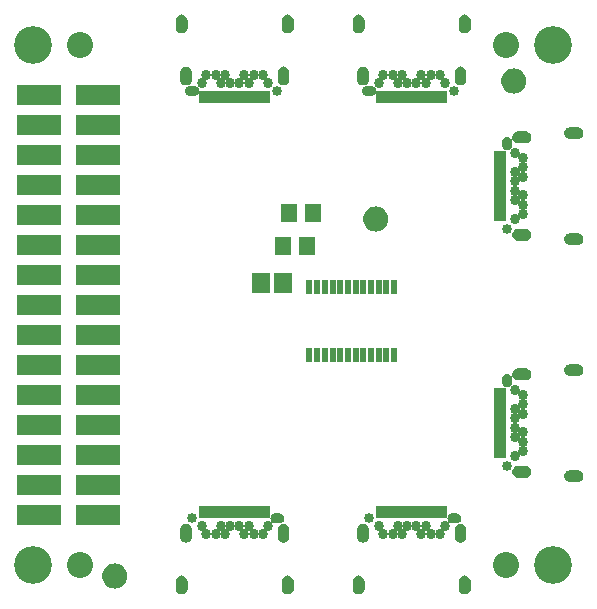
<source format=gbr>
G04 EAGLE Gerber RS-274X export*
G75*
%MOMM*%
%FSLAX34Y34*%
%LPD*%
%INSoldermask Top*%
%IPPOS*%
%AMOC8*
5,1,8,0,0,1.08239X$1,22.5*%
G01*
%ADD10C,3.203200*%
%ADD11C,2.203200*%
%ADD12R,0.508000X1.193800*%
%ADD13R,1.403200X1.503200*%
%ADD14R,1.503200X1.703200*%
%ADD15R,0.503200X1.103200*%
%ADD16C,0.863200*%
%ADD17C,0.853200*%
%ADD18R,1.103200X0.503200*%
%ADD19R,3.803200X1.803200*%

G36*
X100852Y9840D02*
X100852Y9840D01*
X100895Y9852D01*
X100961Y9859D01*
X102644Y10310D01*
X102685Y10329D01*
X102748Y10348D01*
X104328Y11085D01*
X104365Y11111D01*
X104424Y11140D01*
X105852Y12140D01*
X105883Y12172D01*
X105936Y12211D01*
X107169Y13444D01*
X107194Y13480D01*
X107240Y13528D01*
X108240Y14956D01*
X108258Y14997D01*
X108295Y15052D01*
X109032Y16632D01*
X109043Y16675D01*
X109070Y16736D01*
X109521Y18419D01*
X109523Y18451D01*
X109530Y18472D01*
X109530Y18487D01*
X109540Y18528D01*
X109692Y20265D01*
X109688Y20309D01*
X109692Y20375D01*
X109540Y22112D01*
X109528Y22155D01*
X109521Y22221D01*
X109070Y23904D01*
X109051Y23945D01*
X109032Y24008D01*
X108295Y25588D01*
X108269Y25625D01*
X108240Y25684D01*
X107240Y27112D01*
X107208Y27143D01*
X107169Y27196D01*
X105936Y28429D01*
X105900Y28454D01*
X105852Y28500D01*
X104424Y29500D01*
X104383Y29518D01*
X104328Y29555D01*
X102748Y30292D01*
X102705Y30303D01*
X102644Y30330D01*
X100961Y30781D01*
X100916Y30784D01*
X100852Y30800D01*
X99115Y30952D01*
X99071Y30948D01*
X99005Y30952D01*
X97268Y30800D01*
X97225Y30788D01*
X97159Y30781D01*
X95476Y30330D01*
X95435Y30311D01*
X95372Y30292D01*
X93792Y29555D01*
X93755Y29529D01*
X93696Y29500D01*
X92268Y28500D01*
X92237Y28468D01*
X92184Y28429D01*
X90951Y27196D01*
X90926Y27160D01*
X90880Y27112D01*
X89880Y25684D01*
X89862Y25643D01*
X89825Y25588D01*
X89088Y24008D01*
X89077Y23965D01*
X89050Y23904D01*
X88599Y22221D01*
X88596Y22176D01*
X88580Y22112D01*
X88428Y20375D01*
X88432Y20331D01*
X88428Y20265D01*
X88580Y18528D01*
X88592Y18485D01*
X88596Y18451D01*
X88596Y18435D01*
X88598Y18430D01*
X88599Y18419D01*
X89050Y16736D01*
X89069Y16695D01*
X89088Y16632D01*
X89825Y15052D01*
X89851Y15015D01*
X89880Y14956D01*
X90880Y13528D01*
X90912Y13497D01*
X90951Y13444D01*
X92184Y12211D01*
X92220Y12186D01*
X92268Y12140D01*
X93696Y11140D01*
X93737Y11122D01*
X93792Y11085D01*
X95372Y10348D01*
X95415Y10337D01*
X95476Y10310D01*
X97159Y9859D01*
X97204Y9856D01*
X97268Y9840D01*
X99005Y9688D01*
X99049Y9692D01*
X99115Y9688D01*
X100852Y9840D01*
G37*
G36*
X321832Y312100D02*
X321832Y312100D01*
X321875Y312112D01*
X321941Y312119D01*
X323624Y312570D01*
X323665Y312589D01*
X323728Y312608D01*
X325308Y313345D01*
X325345Y313371D01*
X325404Y313400D01*
X326832Y314400D01*
X326863Y314432D01*
X326916Y314471D01*
X328149Y315704D01*
X328174Y315740D01*
X328220Y315788D01*
X329220Y317216D01*
X329238Y317257D01*
X329275Y317312D01*
X330012Y318892D01*
X330023Y318935D01*
X330050Y318996D01*
X330501Y320679D01*
X330503Y320711D01*
X330510Y320732D01*
X330510Y320747D01*
X330520Y320788D01*
X330672Y322525D01*
X330668Y322569D01*
X330672Y322635D01*
X330520Y324372D01*
X330508Y324415D01*
X330501Y324481D01*
X330050Y326164D01*
X330031Y326205D01*
X330012Y326268D01*
X329275Y327848D01*
X329249Y327885D01*
X329220Y327944D01*
X328220Y329372D01*
X328188Y329403D01*
X328149Y329456D01*
X326916Y330689D01*
X326880Y330714D01*
X326832Y330760D01*
X325404Y331760D01*
X325363Y331778D01*
X325308Y331815D01*
X323728Y332552D01*
X323685Y332563D01*
X323624Y332590D01*
X321941Y333041D01*
X321896Y333044D01*
X321832Y333060D01*
X320095Y333212D01*
X320051Y333208D01*
X319985Y333212D01*
X318248Y333060D01*
X318205Y333048D01*
X318139Y333041D01*
X316456Y332590D01*
X316415Y332571D01*
X316352Y332552D01*
X314772Y331815D01*
X314735Y331789D01*
X314676Y331760D01*
X313248Y330760D01*
X313217Y330728D01*
X313164Y330689D01*
X311931Y329456D01*
X311906Y329420D01*
X311860Y329372D01*
X310860Y327944D01*
X310842Y327903D01*
X310805Y327848D01*
X310068Y326268D01*
X310057Y326225D01*
X310030Y326164D01*
X309579Y324481D01*
X309576Y324436D01*
X309560Y324372D01*
X309408Y322635D01*
X309412Y322591D01*
X309408Y322525D01*
X309560Y320788D01*
X309572Y320745D01*
X309576Y320711D01*
X309576Y320695D01*
X309578Y320690D01*
X309579Y320679D01*
X310030Y318996D01*
X310049Y318955D01*
X310068Y318892D01*
X310805Y317312D01*
X310831Y317275D01*
X310860Y317216D01*
X311860Y315788D01*
X311892Y315757D01*
X311931Y315704D01*
X313164Y314471D01*
X313200Y314446D01*
X313248Y314400D01*
X314676Y313400D01*
X314717Y313382D01*
X314772Y313345D01*
X316352Y312608D01*
X316395Y312597D01*
X316456Y312570D01*
X318139Y312119D01*
X318184Y312116D01*
X318248Y312100D01*
X319985Y311948D01*
X320029Y311952D01*
X320095Y311948D01*
X321832Y312100D01*
G37*
G36*
X438672Y428940D02*
X438672Y428940D01*
X438715Y428952D01*
X438781Y428959D01*
X440464Y429410D01*
X440505Y429429D01*
X440568Y429448D01*
X442148Y430185D01*
X442185Y430211D01*
X442244Y430240D01*
X443672Y431240D01*
X443703Y431272D01*
X443756Y431311D01*
X444989Y432544D01*
X445014Y432580D01*
X445060Y432628D01*
X446060Y434056D01*
X446078Y434097D01*
X446115Y434152D01*
X446852Y435732D01*
X446863Y435775D01*
X446890Y435836D01*
X447341Y437519D01*
X447343Y437551D01*
X447350Y437572D01*
X447350Y437587D01*
X447360Y437628D01*
X447512Y439365D01*
X447508Y439409D01*
X447512Y439475D01*
X447360Y441212D01*
X447348Y441255D01*
X447341Y441321D01*
X446890Y443004D01*
X446871Y443045D01*
X446852Y443108D01*
X446115Y444688D01*
X446089Y444725D01*
X446060Y444784D01*
X445060Y446212D01*
X445028Y446243D01*
X444989Y446296D01*
X443756Y447529D01*
X443720Y447554D01*
X443672Y447600D01*
X442244Y448600D01*
X442203Y448618D01*
X442148Y448655D01*
X440568Y449392D01*
X440525Y449403D01*
X440464Y449430D01*
X438781Y449881D01*
X438736Y449884D01*
X438672Y449900D01*
X436935Y450052D01*
X436891Y450048D01*
X436825Y450052D01*
X435088Y449900D01*
X435045Y449888D01*
X434979Y449881D01*
X433296Y449430D01*
X433255Y449411D01*
X433192Y449392D01*
X431612Y448655D01*
X431575Y448629D01*
X431516Y448600D01*
X430088Y447600D01*
X430057Y447568D01*
X430004Y447529D01*
X428771Y446296D01*
X428746Y446260D01*
X428700Y446212D01*
X427700Y444784D01*
X427682Y444743D01*
X427645Y444688D01*
X426908Y443108D01*
X426897Y443065D01*
X426870Y443004D01*
X426419Y441321D01*
X426416Y441276D01*
X426400Y441212D01*
X426248Y439475D01*
X426252Y439431D01*
X426248Y439365D01*
X426400Y437628D01*
X426412Y437585D01*
X426416Y437551D01*
X426416Y437535D01*
X426418Y437530D01*
X426419Y437519D01*
X426870Y435836D01*
X426889Y435795D01*
X426908Y435732D01*
X427645Y434152D01*
X427671Y434115D01*
X427700Y434056D01*
X428700Y432628D01*
X428732Y432597D01*
X428771Y432544D01*
X430004Y431311D01*
X430040Y431286D01*
X430088Y431240D01*
X431516Y430240D01*
X431557Y430222D01*
X431612Y430185D01*
X433192Y429448D01*
X433235Y429437D01*
X433296Y429410D01*
X434979Y428959D01*
X435024Y428956D01*
X435088Y428940D01*
X436825Y428788D01*
X436869Y428792D01*
X436935Y428788D01*
X438672Y428940D01*
G37*
G36*
X490683Y300573D02*
X490683Y300573D01*
X490686Y300571D01*
X491798Y300696D01*
X491804Y300702D01*
X491809Y300699D01*
X492866Y301069D01*
X492870Y301076D01*
X492876Y301073D01*
X493824Y301669D01*
X493827Y301677D01*
X493832Y301676D01*
X494624Y302468D01*
X494625Y302476D01*
X494631Y302476D01*
X495227Y303424D01*
X495226Y303433D01*
X495231Y303434D01*
X495601Y304491D01*
X495600Y304495D01*
X495602Y304497D01*
X495600Y304500D01*
X495604Y304502D01*
X495729Y305615D01*
X495725Y305622D01*
X495729Y305626D01*
X495604Y306738D01*
X495598Y306744D01*
X495601Y306749D01*
X495231Y307806D01*
X495225Y307810D01*
X495227Y307816D01*
X494631Y308764D01*
X494623Y308767D01*
X494624Y308772D01*
X493832Y309564D01*
X493824Y309565D01*
X493824Y309571D01*
X492876Y310167D01*
X492867Y310166D01*
X492866Y310171D01*
X491809Y310541D01*
X491801Y310539D01*
X491798Y310544D01*
X490686Y310669D01*
X490682Y310667D01*
X490680Y310669D01*
X484680Y310669D01*
X484677Y310667D01*
X484676Y310667D01*
X484675Y310669D01*
X483562Y310544D01*
X483556Y310538D01*
X483551Y310541D01*
X482494Y310171D01*
X482490Y310165D01*
X482484Y310167D01*
X481536Y309571D01*
X481533Y309563D01*
X481528Y309564D01*
X480736Y308772D01*
X480735Y308764D01*
X480729Y308764D01*
X480133Y307816D01*
X480134Y307807D01*
X480129Y307806D01*
X479759Y306749D01*
X479761Y306743D01*
X479757Y306740D01*
X479758Y306739D01*
X479756Y306738D01*
X479631Y305626D01*
X479635Y305618D01*
X479631Y305615D01*
X479756Y304502D01*
X479762Y304496D01*
X479759Y304491D01*
X480129Y303434D01*
X480136Y303430D01*
X480133Y303424D01*
X480729Y302476D01*
X480737Y302473D01*
X480736Y302468D01*
X481528Y301676D01*
X481536Y301675D01*
X481536Y301669D01*
X482484Y301073D01*
X482493Y301074D01*
X482494Y301069D01*
X483551Y300699D01*
X483559Y300701D01*
X483562Y300696D01*
X484675Y300571D01*
X484678Y300573D01*
X484680Y300571D01*
X490680Y300571D01*
X490683Y300573D01*
G37*
G36*
X490683Y390373D02*
X490683Y390373D01*
X490686Y390371D01*
X491798Y390496D01*
X491804Y390502D01*
X491809Y390499D01*
X492866Y390869D01*
X492870Y390876D01*
X492876Y390873D01*
X493824Y391469D01*
X493827Y391477D01*
X493832Y391476D01*
X494624Y392268D01*
X494625Y392276D01*
X494631Y392276D01*
X495227Y393224D01*
X495226Y393233D01*
X495231Y393234D01*
X495601Y394291D01*
X495600Y394295D01*
X495602Y394297D01*
X495600Y394300D01*
X495604Y394302D01*
X495729Y395415D01*
X495725Y395422D01*
X495729Y395426D01*
X495604Y396538D01*
X495598Y396544D01*
X495601Y396549D01*
X495231Y397606D01*
X495225Y397610D01*
X495227Y397616D01*
X494631Y398564D01*
X494623Y398567D01*
X494624Y398572D01*
X493832Y399364D01*
X493824Y399365D01*
X493824Y399371D01*
X492876Y399967D01*
X492867Y399966D01*
X492866Y399971D01*
X491809Y400341D01*
X491801Y400339D01*
X491798Y400344D01*
X490686Y400469D01*
X490682Y400467D01*
X490680Y400469D01*
X484680Y400469D01*
X484677Y400467D01*
X484676Y400467D01*
X484675Y400469D01*
X483562Y400344D01*
X483556Y400338D01*
X483551Y400341D01*
X482494Y399971D01*
X482490Y399965D01*
X482484Y399967D01*
X481536Y399371D01*
X481533Y399363D01*
X481528Y399364D01*
X480736Y398572D01*
X480735Y398564D01*
X480729Y398564D01*
X480133Y397616D01*
X480134Y397607D01*
X480129Y397606D01*
X479759Y396549D01*
X479761Y396543D01*
X479757Y396540D01*
X479758Y396539D01*
X479756Y396538D01*
X479631Y395426D01*
X479635Y395418D01*
X479631Y395415D01*
X479756Y394302D01*
X479762Y394296D01*
X479759Y394291D01*
X480129Y393234D01*
X480136Y393230D01*
X480133Y393224D01*
X480729Y392276D01*
X480737Y392273D01*
X480736Y392268D01*
X481528Y391476D01*
X481536Y391475D01*
X481536Y391469D01*
X482484Y390873D01*
X482493Y390874D01*
X482494Y390869D01*
X483551Y390499D01*
X483559Y390501D01*
X483562Y390496D01*
X484675Y390371D01*
X484678Y390373D01*
X484680Y390371D01*
X490680Y390371D01*
X490683Y390373D01*
G37*
G36*
X490683Y99913D02*
X490683Y99913D01*
X490686Y99911D01*
X491798Y100036D01*
X491804Y100042D01*
X491809Y100039D01*
X492866Y100409D01*
X492870Y100416D01*
X492876Y100413D01*
X493824Y101009D01*
X493827Y101017D01*
X493832Y101016D01*
X494624Y101808D01*
X494625Y101816D01*
X494631Y101816D01*
X495227Y102764D01*
X495226Y102773D01*
X495231Y102774D01*
X495601Y103831D01*
X495600Y103835D01*
X495602Y103837D01*
X495600Y103840D01*
X495604Y103842D01*
X495729Y104955D01*
X495725Y104962D01*
X495729Y104966D01*
X495604Y106078D01*
X495598Y106084D01*
X495601Y106089D01*
X495231Y107146D01*
X495225Y107150D01*
X495227Y107156D01*
X494631Y108104D01*
X494623Y108107D01*
X494624Y108112D01*
X493832Y108904D01*
X493824Y108905D01*
X493824Y108911D01*
X492876Y109507D01*
X492867Y109506D01*
X492866Y109511D01*
X491809Y109881D01*
X491801Y109879D01*
X491798Y109884D01*
X490686Y110009D01*
X490682Y110007D01*
X490680Y110009D01*
X484680Y110009D01*
X484677Y110007D01*
X484676Y110007D01*
X484675Y110009D01*
X483562Y109884D01*
X483556Y109878D01*
X483551Y109881D01*
X482494Y109511D01*
X482490Y109505D01*
X482484Y109507D01*
X481536Y108911D01*
X481533Y108903D01*
X481528Y108904D01*
X480736Y108112D01*
X480735Y108104D01*
X480729Y108104D01*
X480133Y107156D01*
X480134Y107147D01*
X480129Y107146D01*
X479759Y106089D01*
X479761Y106083D01*
X479757Y106080D01*
X479758Y106079D01*
X479756Y106078D01*
X479631Y104966D01*
X479635Y104958D01*
X479631Y104955D01*
X479756Y103842D01*
X479762Y103836D01*
X479759Y103831D01*
X480129Y102774D01*
X480136Y102770D01*
X480133Y102764D01*
X480729Y101816D01*
X480737Y101813D01*
X480736Y101808D01*
X481528Y101016D01*
X481536Y101015D01*
X481536Y101009D01*
X482484Y100413D01*
X482493Y100414D01*
X482494Y100409D01*
X483551Y100039D01*
X483559Y100041D01*
X483562Y100036D01*
X484675Y99911D01*
X484678Y99913D01*
X484680Y99911D01*
X490680Y99911D01*
X490683Y99913D01*
G37*
G36*
X446683Y386773D02*
X446683Y386773D01*
X446686Y386771D01*
X447798Y386896D01*
X447804Y386902D01*
X447809Y386899D01*
X448866Y387269D01*
X448870Y387276D01*
X448876Y387273D01*
X449824Y387869D01*
X449827Y387877D01*
X449832Y387876D01*
X450624Y388668D01*
X450625Y388676D01*
X450631Y388676D01*
X451227Y389624D01*
X451226Y389633D01*
X451231Y389634D01*
X451601Y390691D01*
X451600Y390695D01*
X451602Y390697D01*
X451600Y390700D01*
X451604Y390702D01*
X451729Y391815D01*
X451725Y391822D01*
X451729Y391826D01*
X451604Y392938D01*
X451598Y392944D01*
X451601Y392949D01*
X451231Y394006D01*
X451225Y394010D01*
X451227Y394016D01*
X450631Y394964D01*
X450623Y394967D01*
X450624Y394972D01*
X449832Y395764D01*
X449824Y395765D01*
X449824Y395771D01*
X448876Y396367D01*
X448867Y396366D01*
X448866Y396371D01*
X447809Y396741D01*
X447801Y396739D01*
X447798Y396744D01*
X446686Y396869D01*
X446682Y396867D01*
X446680Y396869D01*
X440680Y396869D01*
X440677Y396867D01*
X440676Y396867D01*
X440675Y396869D01*
X439562Y396744D01*
X439556Y396738D01*
X439551Y396741D01*
X438494Y396371D01*
X438490Y396365D01*
X438484Y396367D01*
X437536Y395771D01*
X437533Y395763D01*
X437528Y395764D01*
X436736Y394972D01*
X436735Y394964D01*
X436729Y394964D01*
X436133Y394016D01*
X436134Y394007D01*
X436129Y394006D01*
X435759Y392949D01*
X435761Y392943D01*
X435757Y392940D01*
X435758Y392939D01*
X435756Y392938D01*
X435631Y391826D01*
X435635Y391818D01*
X435631Y391815D01*
X435756Y390702D01*
X435762Y390696D01*
X435759Y390691D01*
X436129Y389634D01*
X436136Y389630D01*
X436133Y389624D01*
X436729Y388676D01*
X436737Y388673D01*
X436736Y388668D01*
X437528Y387876D01*
X437536Y387875D01*
X437536Y387869D01*
X438484Y387273D01*
X438493Y387274D01*
X438494Y387269D01*
X439551Y386899D01*
X439559Y386901D01*
X439562Y386896D01*
X440675Y386771D01*
X440678Y386773D01*
X440680Y386771D01*
X446680Y386771D01*
X446683Y386773D01*
G37*
G36*
X490683Y189713D02*
X490683Y189713D01*
X490686Y189711D01*
X491798Y189836D01*
X491804Y189842D01*
X491809Y189839D01*
X492866Y190209D01*
X492870Y190216D01*
X492876Y190213D01*
X493824Y190809D01*
X493827Y190817D01*
X493832Y190816D01*
X494624Y191608D01*
X494625Y191616D01*
X494631Y191616D01*
X495227Y192564D01*
X495226Y192573D01*
X495231Y192574D01*
X495601Y193631D01*
X495600Y193635D01*
X495602Y193637D01*
X495600Y193640D01*
X495604Y193642D01*
X495729Y194755D01*
X495725Y194762D01*
X495729Y194766D01*
X495604Y195878D01*
X495598Y195884D01*
X495601Y195889D01*
X495231Y196946D01*
X495225Y196950D01*
X495227Y196956D01*
X494631Y197904D01*
X494623Y197907D01*
X494624Y197912D01*
X493832Y198704D01*
X493824Y198705D01*
X493824Y198711D01*
X492876Y199307D01*
X492867Y199306D01*
X492866Y199311D01*
X491809Y199681D01*
X491801Y199679D01*
X491798Y199684D01*
X490686Y199809D01*
X490682Y199807D01*
X490680Y199809D01*
X484680Y199809D01*
X484677Y199807D01*
X484676Y199807D01*
X484675Y199809D01*
X483562Y199684D01*
X483556Y199678D01*
X483551Y199681D01*
X482494Y199311D01*
X482490Y199305D01*
X482484Y199307D01*
X481536Y198711D01*
X481533Y198703D01*
X481528Y198704D01*
X480736Y197912D01*
X480735Y197904D01*
X480729Y197904D01*
X480133Y196956D01*
X480134Y196947D01*
X480129Y196946D01*
X479759Y195889D01*
X479761Y195883D01*
X479757Y195880D01*
X479758Y195879D01*
X479756Y195878D01*
X479631Y194766D01*
X479635Y194758D01*
X479631Y194755D01*
X479756Y193642D01*
X479762Y193636D01*
X479759Y193631D01*
X480129Y192574D01*
X480136Y192570D01*
X480133Y192564D01*
X480729Y191616D01*
X480737Y191613D01*
X480736Y191608D01*
X481528Y190816D01*
X481536Y190815D01*
X481536Y190809D01*
X482484Y190213D01*
X482493Y190214D01*
X482494Y190209D01*
X483551Y189839D01*
X483559Y189841D01*
X483562Y189836D01*
X484675Y189711D01*
X484678Y189713D01*
X484680Y189711D01*
X490680Y189711D01*
X490683Y189713D01*
G37*
G36*
X446683Y304173D02*
X446683Y304173D01*
X446686Y304171D01*
X447798Y304296D01*
X447804Y304302D01*
X447809Y304299D01*
X448866Y304669D01*
X448870Y304676D01*
X448876Y304673D01*
X449824Y305269D01*
X449827Y305277D01*
X449832Y305276D01*
X450624Y306068D01*
X450625Y306076D01*
X450631Y306076D01*
X451227Y307024D01*
X451226Y307033D01*
X451231Y307034D01*
X451601Y308091D01*
X451600Y308095D01*
X451602Y308097D01*
X451600Y308100D01*
X451604Y308102D01*
X451729Y309215D01*
X451725Y309222D01*
X451729Y309226D01*
X451604Y310338D01*
X451598Y310344D01*
X451601Y310349D01*
X451231Y311406D01*
X451225Y311410D01*
X451227Y311416D01*
X450631Y312364D01*
X450623Y312367D01*
X450624Y312372D01*
X449832Y313164D01*
X449824Y313165D01*
X449824Y313171D01*
X448876Y313767D01*
X448867Y313766D01*
X448866Y313771D01*
X447809Y314141D01*
X447801Y314139D01*
X447798Y314144D01*
X446686Y314269D01*
X446682Y314267D01*
X446680Y314269D01*
X440680Y314269D01*
X440677Y314267D01*
X440676Y314267D01*
X440675Y314269D01*
X439562Y314144D01*
X439556Y314138D01*
X439551Y314141D01*
X438494Y313771D01*
X438490Y313765D01*
X438484Y313767D01*
X437536Y313171D01*
X437533Y313163D01*
X437528Y313164D01*
X436736Y312372D01*
X436735Y312364D01*
X436729Y312364D01*
X436133Y311416D01*
X436134Y311407D01*
X436129Y311406D01*
X435759Y310349D01*
X435761Y310343D01*
X435757Y310340D01*
X435758Y310339D01*
X435756Y310338D01*
X435631Y309226D01*
X435635Y309218D01*
X435631Y309215D01*
X435756Y308102D01*
X435762Y308096D01*
X435759Y308091D01*
X436129Y307034D01*
X436136Y307030D01*
X436133Y307024D01*
X436729Y306076D01*
X436737Y306073D01*
X436736Y306068D01*
X437528Y305276D01*
X437536Y305275D01*
X437536Y305269D01*
X438484Y304673D01*
X438493Y304674D01*
X438494Y304669D01*
X439551Y304299D01*
X439559Y304301D01*
X439562Y304296D01*
X440675Y304171D01*
X440678Y304173D01*
X440680Y304171D01*
X446680Y304171D01*
X446683Y304173D01*
G37*
G36*
X446683Y103513D02*
X446683Y103513D01*
X446686Y103511D01*
X447798Y103636D01*
X447804Y103642D01*
X447809Y103639D01*
X448866Y104009D01*
X448870Y104016D01*
X448876Y104013D01*
X449824Y104609D01*
X449827Y104617D01*
X449832Y104616D01*
X450624Y105408D01*
X450625Y105416D01*
X450631Y105416D01*
X451227Y106364D01*
X451226Y106373D01*
X451231Y106374D01*
X451601Y107431D01*
X451600Y107435D01*
X451602Y107437D01*
X451600Y107440D01*
X451604Y107442D01*
X451729Y108555D01*
X451725Y108562D01*
X451729Y108566D01*
X451604Y109678D01*
X451598Y109684D01*
X451601Y109689D01*
X451231Y110746D01*
X451225Y110750D01*
X451227Y110756D01*
X450631Y111704D01*
X450623Y111707D01*
X450624Y111712D01*
X449832Y112504D01*
X449824Y112505D01*
X449824Y112511D01*
X448876Y113107D01*
X448867Y113106D01*
X448866Y113111D01*
X447809Y113481D01*
X447801Y113479D01*
X447798Y113484D01*
X446686Y113609D01*
X446682Y113607D01*
X446680Y113609D01*
X440680Y113609D01*
X440677Y113607D01*
X440676Y113607D01*
X440675Y113609D01*
X439562Y113484D01*
X439556Y113478D01*
X439551Y113481D01*
X438494Y113111D01*
X438490Y113105D01*
X438484Y113107D01*
X437536Y112511D01*
X437533Y112503D01*
X437528Y112504D01*
X436736Y111712D01*
X436735Y111704D01*
X436729Y111704D01*
X436133Y110756D01*
X436134Y110747D01*
X436129Y110746D01*
X435759Y109689D01*
X435761Y109683D01*
X435757Y109680D01*
X435758Y109679D01*
X435756Y109678D01*
X435631Y108566D01*
X435635Y108558D01*
X435631Y108555D01*
X435756Y107442D01*
X435762Y107436D01*
X435759Y107431D01*
X436129Y106374D01*
X436136Y106370D01*
X436133Y106364D01*
X436729Y105416D01*
X436737Y105413D01*
X436736Y105408D01*
X437528Y104616D01*
X437536Y104615D01*
X437536Y104609D01*
X438484Y104013D01*
X438493Y104014D01*
X438494Y104009D01*
X439551Y103639D01*
X439559Y103641D01*
X439562Y103636D01*
X440675Y103511D01*
X440678Y103513D01*
X440680Y103511D01*
X446680Y103511D01*
X446683Y103513D01*
G37*
G36*
X446683Y186113D02*
X446683Y186113D01*
X446686Y186111D01*
X447798Y186236D01*
X447804Y186242D01*
X447809Y186239D01*
X448866Y186609D01*
X448870Y186616D01*
X448876Y186613D01*
X449824Y187209D01*
X449827Y187217D01*
X449832Y187216D01*
X450624Y188008D01*
X450625Y188016D01*
X450631Y188016D01*
X451227Y188964D01*
X451226Y188973D01*
X451231Y188974D01*
X451601Y190031D01*
X451600Y190035D01*
X451602Y190037D01*
X451600Y190040D01*
X451604Y190042D01*
X451729Y191155D01*
X451725Y191162D01*
X451729Y191166D01*
X451604Y192278D01*
X451598Y192284D01*
X451601Y192289D01*
X451231Y193346D01*
X451225Y193350D01*
X451227Y193356D01*
X450631Y194304D01*
X450623Y194307D01*
X450624Y194312D01*
X449832Y195104D01*
X449824Y195105D01*
X449824Y195111D01*
X448876Y195707D01*
X448867Y195706D01*
X448866Y195711D01*
X447809Y196081D01*
X447801Y196079D01*
X447798Y196084D01*
X446686Y196209D01*
X446682Y196207D01*
X446680Y196209D01*
X440680Y196209D01*
X440677Y196207D01*
X440676Y196207D01*
X440675Y196209D01*
X439562Y196084D01*
X439556Y196078D01*
X439551Y196081D01*
X438494Y195711D01*
X438490Y195705D01*
X438484Y195707D01*
X437536Y195111D01*
X437533Y195103D01*
X437528Y195104D01*
X436736Y194312D01*
X436735Y194304D01*
X436729Y194304D01*
X436133Y193356D01*
X436134Y193347D01*
X436129Y193346D01*
X435759Y192289D01*
X435761Y192283D01*
X435757Y192280D01*
X435758Y192279D01*
X435756Y192278D01*
X435631Y191166D01*
X435635Y191158D01*
X435631Y191155D01*
X435756Y190042D01*
X435762Y190036D01*
X435759Y190031D01*
X436129Y188974D01*
X436136Y188970D01*
X436133Y188964D01*
X436729Y188016D01*
X436737Y188013D01*
X436736Y188008D01*
X437528Y187216D01*
X437536Y187215D01*
X437536Y187209D01*
X438484Y186613D01*
X438493Y186614D01*
X438494Y186609D01*
X439551Y186239D01*
X439559Y186241D01*
X439562Y186236D01*
X440675Y186111D01*
X440678Y186113D01*
X440680Y186111D01*
X446680Y186111D01*
X446683Y186113D01*
G37*
G36*
X306738Y4776D02*
X306738Y4776D01*
X306744Y4782D01*
X306749Y4779D01*
X307806Y5149D01*
X307810Y5156D01*
X307816Y5153D01*
X308764Y5749D01*
X308767Y5757D01*
X308772Y5756D01*
X309564Y6548D01*
X309565Y6556D01*
X309571Y6556D01*
X310167Y7504D01*
X310166Y7513D01*
X310171Y7514D01*
X310541Y8571D01*
X310540Y8575D01*
X310542Y8577D01*
X310540Y8580D01*
X310544Y8582D01*
X310669Y9695D01*
X310667Y9698D01*
X310669Y9700D01*
X310669Y15700D01*
X310667Y15703D01*
X310669Y15706D01*
X310544Y16818D01*
X310538Y16824D01*
X310541Y16829D01*
X310171Y17886D01*
X310165Y17890D01*
X310167Y17896D01*
X309571Y18844D01*
X309563Y18847D01*
X309564Y18852D01*
X308772Y19644D01*
X308764Y19645D01*
X308764Y19651D01*
X307816Y20247D01*
X307807Y20246D01*
X307806Y20251D01*
X306749Y20621D01*
X306741Y20619D01*
X306738Y20624D01*
X305626Y20749D01*
X305618Y20745D01*
X305615Y20749D01*
X304502Y20624D01*
X304496Y20618D01*
X304491Y20621D01*
X303434Y20251D01*
X303430Y20245D01*
X303424Y20247D01*
X302476Y19651D01*
X302473Y19643D01*
X302468Y19644D01*
X301676Y18852D01*
X301675Y18844D01*
X301669Y18844D01*
X301073Y17896D01*
X301074Y17887D01*
X301069Y17886D01*
X300699Y16829D01*
X300701Y16821D01*
X300696Y16818D01*
X300571Y15706D01*
X300573Y15702D01*
X300571Y15700D01*
X300571Y9700D01*
X300573Y9697D01*
X300571Y9695D01*
X300696Y8582D01*
X300702Y8576D01*
X300699Y8571D01*
X301069Y7514D01*
X301076Y7510D01*
X301073Y7504D01*
X301669Y6556D01*
X301677Y6553D01*
X301676Y6548D01*
X302468Y5756D01*
X302476Y5755D01*
X302476Y5749D01*
X303424Y5153D01*
X303433Y5154D01*
X303434Y5149D01*
X304491Y4779D01*
X304499Y4781D01*
X304502Y4776D01*
X305615Y4651D01*
X305622Y4655D01*
X305626Y4651D01*
X306738Y4776D01*
G37*
G36*
X243078Y435756D02*
X243078Y435756D01*
X243084Y435762D01*
X243089Y435759D01*
X244146Y436129D01*
X244150Y436136D01*
X244156Y436133D01*
X245104Y436729D01*
X245107Y436737D01*
X245112Y436736D01*
X245904Y437528D01*
X245905Y437536D01*
X245911Y437536D01*
X246507Y438484D01*
X246506Y438493D01*
X246511Y438494D01*
X246881Y439551D01*
X246880Y439555D01*
X246882Y439557D01*
X246880Y439560D01*
X246884Y439562D01*
X247009Y440675D01*
X247007Y440678D01*
X247009Y440680D01*
X247009Y446680D01*
X247007Y446683D01*
X247009Y446686D01*
X246884Y447798D01*
X246878Y447804D01*
X246881Y447809D01*
X246511Y448866D01*
X246505Y448870D01*
X246507Y448876D01*
X245911Y449824D01*
X245903Y449827D01*
X245904Y449832D01*
X245112Y450624D01*
X245104Y450625D01*
X245104Y450631D01*
X244156Y451227D01*
X244147Y451226D01*
X244146Y451231D01*
X243089Y451601D01*
X243081Y451599D01*
X243078Y451604D01*
X241966Y451729D01*
X241958Y451725D01*
X241955Y451729D01*
X240842Y451604D01*
X240836Y451598D01*
X240831Y451601D01*
X239774Y451231D01*
X239770Y451225D01*
X239764Y451227D01*
X238816Y450631D01*
X238813Y450623D01*
X238808Y450624D01*
X238016Y449832D01*
X238015Y449824D01*
X238009Y449824D01*
X237413Y448876D01*
X237414Y448867D01*
X237409Y448866D01*
X237039Y447809D01*
X237041Y447801D01*
X237036Y447798D01*
X236911Y446686D01*
X236913Y446682D01*
X236911Y446680D01*
X236911Y440680D01*
X236913Y440677D01*
X236911Y440675D01*
X237036Y439562D01*
X237042Y439556D01*
X237039Y439551D01*
X237409Y438494D01*
X237416Y438490D01*
X237413Y438484D01*
X238009Y437536D01*
X238017Y437533D01*
X238016Y437528D01*
X238808Y436736D01*
X238816Y436735D01*
X238816Y436729D01*
X239764Y436133D01*
X239773Y436134D01*
X239774Y436129D01*
X240831Y435759D01*
X240839Y435761D01*
X240842Y435756D01*
X241955Y435631D01*
X241962Y435635D01*
X241966Y435631D01*
X243078Y435756D01*
G37*
G36*
X160478Y435756D02*
X160478Y435756D01*
X160484Y435762D01*
X160489Y435759D01*
X161546Y436129D01*
X161550Y436136D01*
X161556Y436133D01*
X162504Y436729D01*
X162507Y436737D01*
X162512Y436736D01*
X163304Y437528D01*
X163305Y437536D01*
X163311Y437536D01*
X163907Y438484D01*
X163906Y438493D01*
X163911Y438494D01*
X164281Y439551D01*
X164280Y439555D01*
X164282Y439557D01*
X164280Y439560D01*
X164284Y439562D01*
X164409Y440675D01*
X164407Y440678D01*
X164409Y440680D01*
X164409Y446680D01*
X164407Y446683D01*
X164409Y446686D01*
X164284Y447798D01*
X164278Y447804D01*
X164281Y447809D01*
X163911Y448866D01*
X163905Y448870D01*
X163907Y448876D01*
X163311Y449824D01*
X163303Y449827D01*
X163304Y449832D01*
X162512Y450624D01*
X162504Y450625D01*
X162504Y450631D01*
X161556Y451227D01*
X161547Y451226D01*
X161546Y451231D01*
X160489Y451601D01*
X160481Y451599D01*
X160478Y451604D01*
X159366Y451729D01*
X159358Y451725D01*
X159355Y451729D01*
X158242Y451604D01*
X158236Y451598D01*
X158231Y451601D01*
X157174Y451231D01*
X157170Y451225D01*
X157164Y451227D01*
X156216Y450631D01*
X156213Y450623D01*
X156208Y450624D01*
X155416Y449832D01*
X155415Y449824D01*
X155409Y449824D01*
X154813Y448876D01*
X154814Y448867D01*
X154809Y448866D01*
X154439Y447809D01*
X154441Y447801D01*
X154436Y447798D01*
X154311Y446686D01*
X154313Y446682D01*
X154311Y446680D01*
X154311Y440680D01*
X154313Y440677D01*
X154311Y440675D01*
X154436Y439562D01*
X154442Y439556D01*
X154439Y439551D01*
X154809Y438494D01*
X154816Y438490D01*
X154813Y438484D01*
X155409Y437536D01*
X155417Y437533D01*
X155416Y437528D01*
X156208Y436736D01*
X156216Y436735D01*
X156216Y436729D01*
X157164Y436133D01*
X157173Y436134D01*
X157174Y436129D01*
X158231Y435759D01*
X158239Y435761D01*
X158242Y435756D01*
X159355Y435631D01*
X159362Y435635D01*
X159366Y435631D01*
X160478Y435756D01*
G37*
G36*
X392938Y435756D02*
X392938Y435756D01*
X392944Y435762D01*
X392949Y435759D01*
X394006Y436129D01*
X394010Y436136D01*
X394016Y436133D01*
X394964Y436729D01*
X394967Y436737D01*
X394972Y436736D01*
X395764Y437528D01*
X395765Y437536D01*
X395771Y437536D01*
X396367Y438484D01*
X396366Y438493D01*
X396371Y438494D01*
X396741Y439551D01*
X396740Y439555D01*
X396742Y439557D01*
X396740Y439560D01*
X396744Y439562D01*
X396869Y440675D01*
X396867Y440678D01*
X396869Y440680D01*
X396869Y446680D01*
X396867Y446683D01*
X396869Y446686D01*
X396744Y447798D01*
X396738Y447804D01*
X396741Y447809D01*
X396371Y448866D01*
X396365Y448870D01*
X396367Y448876D01*
X395771Y449824D01*
X395763Y449827D01*
X395764Y449832D01*
X394972Y450624D01*
X394964Y450625D01*
X394964Y450631D01*
X394016Y451227D01*
X394007Y451226D01*
X394006Y451231D01*
X392949Y451601D01*
X392941Y451599D01*
X392938Y451604D01*
X391826Y451729D01*
X391818Y451725D01*
X391815Y451729D01*
X390702Y451604D01*
X390696Y451598D01*
X390691Y451601D01*
X389634Y451231D01*
X389630Y451225D01*
X389624Y451227D01*
X388676Y450631D01*
X388673Y450623D01*
X388668Y450624D01*
X387876Y449832D01*
X387875Y449824D01*
X387869Y449824D01*
X387273Y448876D01*
X387274Y448867D01*
X387269Y448866D01*
X386899Y447809D01*
X386901Y447801D01*
X386896Y447798D01*
X386771Y446686D01*
X386773Y446682D01*
X386771Y446680D01*
X386771Y440680D01*
X386773Y440677D01*
X386771Y440675D01*
X386896Y439562D01*
X386902Y439556D01*
X386899Y439551D01*
X387269Y438494D01*
X387276Y438490D01*
X387273Y438484D01*
X387869Y437536D01*
X387877Y437533D01*
X387876Y437528D01*
X388668Y436736D01*
X388676Y436735D01*
X388676Y436729D01*
X389624Y436133D01*
X389633Y436134D01*
X389634Y436129D01*
X390691Y435759D01*
X390699Y435761D01*
X390702Y435756D01*
X391815Y435631D01*
X391822Y435635D01*
X391826Y435631D01*
X392938Y435756D01*
G37*
G36*
X310338Y435756D02*
X310338Y435756D01*
X310344Y435762D01*
X310349Y435759D01*
X311406Y436129D01*
X311410Y436136D01*
X311416Y436133D01*
X312364Y436729D01*
X312367Y436737D01*
X312372Y436736D01*
X313164Y437528D01*
X313165Y437536D01*
X313171Y437536D01*
X313767Y438484D01*
X313766Y438493D01*
X313771Y438494D01*
X314141Y439551D01*
X314140Y439555D01*
X314142Y439557D01*
X314140Y439560D01*
X314144Y439562D01*
X314269Y440675D01*
X314267Y440678D01*
X314269Y440680D01*
X314269Y446680D01*
X314267Y446683D01*
X314269Y446686D01*
X314144Y447798D01*
X314138Y447804D01*
X314141Y447809D01*
X313771Y448866D01*
X313765Y448870D01*
X313767Y448876D01*
X313171Y449824D01*
X313163Y449827D01*
X313164Y449832D01*
X312372Y450624D01*
X312364Y450625D01*
X312364Y450631D01*
X311416Y451227D01*
X311407Y451226D01*
X311406Y451231D01*
X310349Y451601D01*
X310341Y451599D01*
X310338Y451604D01*
X309226Y451729D01*
X309218Y451725D01*
X309215Y451729D01*
X308102Y451604D01*
X308096Y451598D01*
X308091Y451601D01*
X307034Y451231D01*
X307030Y451225D01*
X307024Y451227D01*
X306076Y450631D01*
X306073Y450623D01*
X306068Y450624D01*
X305276Y449832D01*
X305275Y449824D01*
X305269Y449824D01*
X304673Y448876D01*
X304674Y448867D01*
X304669Y448866D01*
X304299Y447809D01*
X304301Y447801D01*
X304296Y447798D01*
X304171Y446686D01*
X304173Y446682D01*
X304171Y446680D01*
X304171Y440680D01*
X304173Y440677D01*
X304171Y440675D01*
X304296Y439562D01*
X304302Y439556D01*
X304299Y439551D01*
X304669Y438494D01*
X304676Y438490D01*
X304673Y438484D01*
X305269Y437536D01*
X305277Y437533D01*
X305276Y437528D01*
X306068Y436736D01*
X306076Y436735D01*
X306076Y436729D01*
X307024Y436133D01*
X307033Y436134D01*
X307034Y436129D01*
X308091Y435759D01*
X308099Y435761D01*
X308102Y435756D01*
X309215Y435631D01*
X309222Y435635D01*
X309226Y435631D01*
X310338Y435756D01*
G37*
G36*
X396538Y4776D02*
X396538Y4776D01*
X396544Y4782D01*
X396549Y4779D01*
X397606Y5149D01*
X397610Y5156D01*
X397616Y5153D01*
X398564Y5749D01*
X398567Y5757D01*
X398572Y5756D01*
X399364Y6548D01*
X399365Y6556D01*
X399371Y6556D01*
X399967Y7504D01*
X399966Y7513D01*
X399971Y7514D01*
X400341Y8571D01*
X400340Y8575D01*
X400342Y8577D01*
X400340Y8580D01*
X400344Y8582D01*
X400469Y9695D01*
X400467Y9698D01*
X400469Y9700D01*
X400469Y15700D01*
X400467Y15703D01*
X400469Y15706D01*
X400344Y16818D01*
X400338Y16824D01*
X400341Y16829D01*
X399971Y17886D01*
X399965Y17890D01*
X399967Y17896D01*
X399371Y18844D01*
X399363Y18847D01*
X399364Y18852D01*
X398572Y19644D01*
X398564Y19645D01*
X398564Y19651D01*
X397616Y20247D01*
X397607Y20246D01*
X397606Y20251D01*
X396549Y20621D01*
X396541Y20619D01*
X396538Y20624D01*
X395426Y20749D01*
X395418Y20745D01*
X395415Y20749D01*
X394302Y20624D01*
X394296Y20618D01*
X394291Y20621D01*
X393234Y20251D01*
X393230Y20245D01*
X393224Y20247D01*
X392276Y19651D01*
X392273Y19643D01*
X392268Y19644D01*
X391476Y18852D01*
X391475Y18844D01*
X391469Y18844D01*
X390873Y17896D01*
X390874Y17887D01*
X390869Y17886D01*
X390499Y16829D01*
X390501Y16821D01*
X390496Y16818D01*
X390371Y15706D01*
X390373Y15702D01*
X390371Y15700D01*
X390371Y9700D01*
X390373Y9697D01*
X390371Y9695D01*
X390496Y8582D01*
X390502Y8576D01*
X390499Y8571D01*
X390869Y7514D01*
X390876Y7510D01*
X390873Y7504D01*
X391469Y6556D01*
X391477Y6553D01*
X391476Y6548D01*
X392268Y5756D01*
X392276Y5755D01*
X392276Y5749D01*
X393224Y5153D01*
X393233Y5154D01*
X393234Y5149D01*
X394291Y4779D01*
X394299Y4781D01*
X394302Y4776D01*
X395415Y4651D01*
X395422Y4655D01*
X395426Y4651D01*
X396538Y4776D01*
G37*
G36*
X160478Y48776D02*
X160478Y48776D01*
X160484Y48782D01*
X160489Y48779D01*
X161546Y49149D01*
X161550Y49156D01*
X161556Y49153D01*
X162504Y49749D01*
X162507Y49757D01*
X162512Y49756D01*
X163304Y50548D01*
X163305Y50556D01*
X163311Y50556D01*
X163907Y51504D01*
X163906Y51513D01*
X163911Y51514D01*
X164281Y52571D01*
X164280Y52575D01*
X164282Y52577D01*
X164280Y52580D01*
X164284Y52582D01*
X164409Y53695D01*
X164407Y53698D01*
X164409Y53700D01*
X164409Y59700D01*
X164407Y59703D01*
X164409Y59706D01*
X164284Y60818D01*
X164278Y60824D01*
X164281Y60829D01*
X163911Y61886D01*
X163905Y61890D01*
X163907Y61896D01*
X163311Y62844D01*
X163303Y62847D01*
X163304Y62852D01*
X162512Y63644D01*
X162504Y63645D01*
X162504Y63651D01*
X161556Y64247D01*
X161547Y64246D01*
X161546Y64251D01*
X160489Y64621D01*
X160481Y64619D01*
X160478Y64624D01*
X159366Y64749D01*
X159358Y64745D01*
X159355Y64749D01*
X158242Y64624D01*
X158236Y64618D01*
X158231Y64621D01*
X157174Y64251D01*
X157170Y64245D01*
X157164Y64247D01*
X156216Y63651D01*
X156213Y63643D01*
X156208Y63644D01*
X155416Y62852D01*
X155415Y62844D01*
X155409Y62844D01*
X154813Y61896D01*
X154814Y61887D01*
X154809Y61886D01*
X154439Y60829D01*
X154441Y60821D01*
X154436Y60818D01*
X154311Y59706D01*
X154313Y59702D01*
X154311Y59700D01*
X154311Y53700D01*
X154313Y53697D01*
X154311Y53695D01*
X154436Y52582D01*
X154442Y52576D01*
X154439Y52571D01*
X154809Y51514D01*
X154816Y51510D01*
X154813Y51504D01*
X155409Y50556D01*
X155417Y50553D01*
X155416Y50548D01*
X156208Y49756D01*
X156216Y49755D01*
X156216Y49749D01*
X157164Y49153D01*
X157173Y49154D01*
X157174Y49149D01*
X158231Y48779D01*
X158239Y48781D01*
X158242Y48776D01*
X159355Y48651D01*
X159362Y48655D01*
X159366Y48651D01*
X160478Y48776D01*
G37*
G36*
X392938Y48776D02*
X392938Y48776D01*
X392944Y48782D01*
X392949Y48779D01*
X394006Y49149D01*
X394010Y49156D01*
X394016Y49153D01*
X394964Y49749D01*
X394967Y49757D01*
X394972Y49756D01*
X395764Y50548D01*
X395765Y50556D01*
X395771Y50556D01*
X396367Y51504D01*
X396366Y51513D01*
X396371Y51514D01*
X396741Y52571D01*
X396740Y52575D01*
X396742Y52577D01*
X396740Y52580D01*
X396744Y52582D01*
X396869Y53695D01*
X396867Y53698D01*
X396869Y53700D01*
X396869Y59700D01*
X396867Y59703D01*
X396869Y59706D01*
X396744Y60818D01*
X396738Y60824D01*
X396741Y60829D01*
X396371Y61886D01*
X396365Y61890D01*
X396367Y61896D01*
X395771Y62844D01*
X395763Y62847D01*
X395764Y62852D01*
X394972Y63644D01*
X394964Y63645D01*
X394964Y63651D01*
X394016Y64247D01*
X394007Y64246D01*
X394006Y64251D01*
X392949Y64621D01*
X392941Y64619D01*
X392938Y64624D01*
X391826Y64749D01*
X391818Y64745D01*
X391815Y64749D01*
X390702Y64624D01*
X390696Y64618D01*
X390691Y64621D01*
X389634Y64251D01*
X389630Y64245D01*
X389624Y64247D01*
X388676Y63651D01*
X388673Y63643D01*
X388668Y63644D01*
X387876Y62852D01*
X387875Y62844D01*
X387869Y62844D01*
X387273Y61896D01*
X387274Y61887D01*
X387269Y61886D01*
X386899Y60829D01*
X386901Y60821D01*
X386896Y60818D01*
X386771Y59706D01*
X386773Y59702D01*
X386771Y59700D01*
X386771Y53700D01*
X386773Y53697D01*
X386771Y53695D01*
X386896Y52582D01*
X386902Y52576D01*
X386899Y52571D01*
X387269Y51514D01*
X387276Y51510D01*
X387273Y51504D01*
X387869Y50556D01*
X387877Y50553D01*
X387876Y50548D01*
X388668Y49756D01*
X388676Y49755D01*
X388676Y49749D01*
X389624Y49153D01*
X389633Y49154D01*
X389634Y49149D01*
X390691Y48779D01*
X390699Y48781D01*
X390702Y48776D01*
X391815Y48651D01*
X391822Y48655D01*
X391826Y48651D01*
X392938Y48776D01*
G37*
G36*
X243078Y48776D02*
X243078Y48776D01*
X243084Y48782D01*
X243089Y48779D01*
X244146Y49149D01*
X244150Y49156D01*
X244156Y49153D01*
X245104Y49749D01*
X245107Y49757D01*
X245112Y49756D01*
X245904Y50548D01*
X245905Y50556D01*
X245911Y50556D01*
X246507Y51504D01*
X246506Y51513D01*
X246511Y51514D01*
X246881Y52571D01*
X246880Y52575D01*
X246882Y52577D01*
X246880Y52580D01*
X246884Y52582D01*
X247009Y53695D01*
X247007Y53698D01*
X247009Y53700D01*
X247009Y59700D01*
X247007Y59703D01*
X247009Y59706D01*
X246884Y60818D01*
X246878Y60824D01*
X246881Y60829D01*
X246511Y61886D01*
X246505Y61890D01*
X246507Y61896D01*
X245911Y62844D01*
X245903Y62847D01*
X245904Y62852D01*
X245112Y63644D01*
X245104Y63645D01*
X245104Y63651D01*
X244156Y64247D01*
X244147Y64246D01*
X244146Y64251D01*
X243089Y64621D01*
X243081Y64619D01*
X243078Y64624D01*
X241966Y64749D01*
X241958Y64745D01*
X241955Y64749D01*
X240842Y64624D01*
X240836Y64618D01*
X240831Y64621D01*
X239774Y64251D01*
X239770Y64245D01*
X239764Y64247D01*
X238816Y63651D01*
X238813Y63643D01*
X238808Y63644D01*
X238016Y62852D01*
X238015Y62844D01*
X238009Y62844D01*
X237413Y61896D01*
X237414Y61887D01*
X237409Y61886D01*
X237039Y60829D01*
X237041Y60821D01*
X237036Y60818D01*
X236911Y59706D01*
X236913Y59702D01*
X236911Y59700D01*
X236911Y53700D01*
X236913Y53697D01*
X236911Y53695D01*
X237036Y52582D01*
X237042Y52576D01*
X237039Y52571D01*
X237409Y51514D01*
X237416Y51510D01*
X237413Y51504D01*
X238009Y50556D01*
X238017Y50553D01*
X238016Y50548D01*
X238808Y49756D01*
X238816Y49755D01*
X238816Y49749D01*
X239764Y49153D01*
X239773Y49154D01*
X239774Y49149D01*
X240831Y48779D01*
X240839Y48781D01*
X240842Y48776D01*
X241955Y48651D01*
X241962Y48655D01*
X241966Y48651D01*
X243078Y48776D01*
G37*
G36*
X310338Y48776D02*
X310338Y48776D01*
X310344Y48782D01*
X310349Y48779D01*
X311406Y49149D01*
X311410Y49156D01*
X311416Y49153D01*
X312364Y49749D01*
X312367Y49757D01*
X312372Y49756D01*
X313164Y50548D01*
X313165Y50556D01*
X313171Y50556D01*
X313767Y51504D01*
X313766Y51513D01*
X313771Y51514D01*
X314141Y52571D01*
X314140Y52575D01*
X314142Y52577D01*
X314140Y52580D01*
X314144Y52582D01*
X314269Y53695D01*
X314267Y53698D01*
X314269Y53700D01*
X314269Y59700D01*
X314267Y59703D01*
X314269Y59706D01*
X314144Y60818D01*
X314138Y60824D01*
X314141Y60829D01*
X313771Y61886D01*
X313765Y61890D01*
X313767Y61896D01*
X313171Y62844D01*
X313163Y62847D01*
X313164Y62852D01*
X312372Y63644D01*
X312364Y63645D01*
X312364Y63651D01*
X311416Y64247D01*
X311407Y64246D01*
X311406Y64251D01*
X310349Y64621D01*
X310341Y64619D01*
X310338Y64624D01*
X309226Y64749D01*
X309218Y64745D01*
X309215Y64749D01*
X308102Y64624D01*
X308096Y64618D01*
X308091Y64621D01*
X307034Y64251D01*
X307030Y64245D01*
X307024Y64247D01*
X306076Y63651D01*
X306073Y63643D01*
X306068Y63644D01*
X305276Y62852D01*
X305275Y62844D01*
X305269Y62844D01*
X304673Y61896D01*
X304674Y61887D01*
X304669Y61886D01*
X304299Y60829D01*
X304301Y60821D01*
X304296Y60818D01*
X304171Y59706D01*
X304173Y59702D01*
X304171Y59700D01*
X304171Y53700D01*
X304173Y53697D01*
X304171Y53695D01*
X304296Y52582D01*
X304302Y52576D01*
X304299Y52571D01*
X304669Y51514D01*
X304676Y51510D01*
X304673Y51504D01*
X305269Y50556D01*
X305277Y50553D01*
X305276Y50548D01*
X306068Y49756D01*
X306076Y49755D01*
X306076Y49749D01*
X307024Y49153D01*
X307033Y49154D01*
X307034Y49149D01*
X308091Y48779D01*
X308099Y48781D01*
X308102Y48776D01*
X309215Y48651D01*
X309222Y48655D01*
X309226Y48651D01*
X310338Y48776D01*
G37*
G36*
X156878Y4776D02*
X156878Y4776D01*
X156884Y4782D01*
X156889Y4779D01*
X157946Y5149D01*
X157950Y5156D01*
X157956Y5153D01*
X158904Y5749D01*
X158907Y5757D01*
X158912Y5756D01*
X159704Y6548D01*
X159705Y6556D01*
X159711Y6556D01*
X160307Y7504D01*
X160306Y7513D01*
X160311Y7514D01*
X160681Y8571D01*
X160680Y8575D01*
X160682Y8577D01*
X160680Y8580D01*
X160684Y8582D01*
X160809Y9695D01*
X160807Y9698D01*
X160809Y9700D01*
X160809Y15700D01*
X160807Y15703D01*
X160809Y15706D01*
X160684Y16818D01*
X160678Y16824D01*
X160681Y16829D01*
X160311Y17886D01*
X160305Y17890D01*
X160307Y17896D01*
X159711Y18844D01*
X159703Y18847D01*
X159704Y18852D01*
X158912Y19644D01*
X158904Y19645D01*
X158904Y19651D01*
X157956Y20247D01*
X157947Y20246D01*
X157946Y20251D01*
X156889Y20621D01*
X156881Y20619D01*
X156878Y20624D01*
X155766Y20749D01*
X155758Y20745D01*
X155755Y20749D01*
X154642Y20624D01*
X154636Y20618D01*
X154631Y20621D01*
X153574Y20251D01*
X153570Y20245D01*
X153564Y20247D01*
X152616Y19651D01*
X152613Y19643D01*
X152608Y19644D01*
X151816Y18852D01*
X151815Y18844D01*
X151809Y18844D01*
X151213Y17896D01*
X151214Y17887D01*
X151209Y17886D01*
X150839Y16829D01*
X150841Y16821D01*
X150836Y16818D01*
X150711Y15706D01*
X150713Y15702D01*
X150711Y15700D01*
X150711Y9700D01*
X150713Y9697D01*
X150711Y9695D01*
X150836Y8582D01*
X150842Y8576D01*
X150839Y8571D01*
X151209Y7514D01*
X151216Y7510D01*
X151213Y7504D01*
X151809Y6556D01*
X151817Y6553D01*
X151816Y6548D01*
X152608Y5756D01*
X152616Y5755D01*
X152616Y5749D01*
X153564Y5153D01*
X153573Y5154D01*
X153574Y5149D01*
X154631Y4779D01*
X154639Y4781D01*
X154642Y4776D01*
X155755Y4651D01*
X155762Y4655D01*
X155766Y4651D01*
X156878Y4776D01*
G37*
G36*
X246678Y4776D02*
X246678Y4776D01*
X246684Y4782D01*
X246689Y4779D01*
X247746Y5149D01*
X247750Y5156D01*
X247756Y5153D01*
X248704Y5749D01*
X248707Y5757D01*
X248712Y5756D01*
X249504Y6548D01*
X249505Y6556D01*
X249511Y6556D01*
X250107Y7504D01*
X250106Y7513D01*
X250111Y7514D01*
X250481Y8571D01*
X250480Y8575D01*
X250482Y8577D01*
X250480Y8580D01*
X250484Y8582D01*
X250609Y9695D01*
X250607Y9698D01*
X250609Y9700D01*
X250609Y15700D01*
X250607Y15703D01*
X250609Y15706D01*
X250484Y16818D01*
X250478Y16824D01*
X250481Y16829D01*
X250111Y17886D01*
X250105Y17890D01*
X250107Y17896D01*
X249511Y18844D01*
X249503Y18847D01*
X249504Y18852D01*
X248712Y19644D01*
X248704Y19645D01*
X248704Y19651D01*
X247756Y20247D01*
X247747Y20246D01*
X247746Y20251D01*
X246689Y20621D01*
X246681Y20619D01*
X246678Y20624D01*
X245566Y20749D01*
X245558Y20745D01*
X245555Y20749D01*
X244442Y20624D01*
X244436Y20618D01*
X244431Y20621D01*
X243374Y20251D01*
X243370Y20245D01*
X243364Y20247D01*
X242416Y19651D01*
X242413Y19643D01*
X242408Y19644D01*
X241616Y18852D01*
X241615Y18844D01*
X241609Y18844D01*
X241013Y17896D01*
X241014Y17887D01*
X241009Y17886D01*
X240639Y16829D01*
X240641Y16821D01*
X240636Y16818D01*
X240511Y15706D01*
X240513Y15702D01*
X240511Y15700D01*
X240511Y9700D01*
X240513Y9697D01*
X240511Y9695D01*
X240636Y8582D01*
X240642Y8576D01*
X240639Y8571D01*
X241009Y7514D01*
X241016Y7510D01*
X241013Y7504D01*
X241609Y6556D01*
X241617Y6553D01*
X241616Y6548D01*
X242408Y5756D01*
X242416Y5755D01*
X242416Y5749D01*
X243364Y5153D01*
X243373Y5154D01*
X243374Y5149D01*
X244431Y4779D01*
X244439Y4781D01*
X244442Y4776D01*
X245555Y4651D01*
X245562Y4655D01*
X245566Y4651D01*
X246678Y4776D01*
G37*
G36*
X396538Y479756D02*
X396538Y479756D01*
X396544Y479762D01*
X396549Y479759D01*
X397606Y480129D01*
X397610Y480136D01*
X397616Y480133D01*
X398564Y480729D01*
X398567Y480737D01*
X398572Y480736D01*
X399364Y481528D01*
X399365Y481536D01*
X399371Y481536D01*
X399967Y482484D01*
X399966Y482493D01*
X399971Y482494D01*
X400341Y483551D01*
X400340Y483555D01*
X400342Y483557D01*
X400340Y483560D01*
X400344Y483562D01*
X400469Y484675D01*
X400467Y484678D01*
X400469Y484680D01*
X400469Y490680D01*
X400467Y490683D01*
X400469Y490686D01*
X400344Y491798D01*
X400338Y491804D01*
X400341Y491809D01*
X399971Y492866D01*
X399965Y492870D01*
X399967Y492876D01*
X399371Y493824D01*
X399363Y493827D01*
X399364Y493832D01*
X398572Y494624D01*
X398564Y494625D01*
X398564Y494631D01*
X397616Y495227D01*
X397607Y495226D01*
X397606Y495231D01*
X396549Y495601D01*
X396541Y495599D01*
X396538Y495604D01*
X395426Y495729D01*
X395418Y495725D01*
X395415Y495729D01*
X394302Y495604D01*
X394296Y495598D01*
X394291Y495601D01*
X393234Y495231D01*
X393230Y495225D01*
X393224Y495227D01*
X392276Y494631D01*
X392273Y494623D01*
X392268Y494624D01*
X391476Y493832D01*
X391475Y493824D01*
X391469Y493824D01*
X390873Y492876D01*
X390874Y492867D01*
X390869Y492866D01*
X390499Y491809D01*
X390501Y491801D01*
X390496Y491798D01*
X390371Y490686D01*
X390373Y490682D01*
X390371Y490680D01*
X390371Y484680D01*
X390373Y484677D01*
X390371Y484675D01*
X390496Y483562D01*
X390502Y483556D01*
X390499Y483551D01*
X390869Y482494D01*
X390876Y482490D01*
X390873Y482484D01*
X391469Y481536D01*
X391477Y481533D01*
X391476Y481528D01*
X392268Y480736D01*
X392276Y480735D01*
X392276Y480729D01*
X393224Y480133D01*
X393233Y480134D01*
X393234Y480129D01*
X394291Y479759D01*
X394299Y479761D01*
X394302Y479756D01*
X395415Y479631D01*
X395422Y479635D01*
X395426Y479631D01*
X396538Y479756D01*
G37*
G36*
X156878Y479756D02*
X156878Y479756D01*
X156884Y479762D01*
X156889Y479759D01*
X157946Y480129D01*
X157950Y480136D01*
X157956Y480133D01*
X158904Y480729D01*
X158907Y480737D01*
X158912Y480736D01*
X159704Y481528D01*
X159705Y481536D01*
X159711Y481536D01*
X160307Y482484D01*
X160306Y482493D01*
X160311Y482494D01*
X160681Y483551D01*
X160680Y483555D01*
X160682Y483557D01*
X160680Y483560D01*
X160684Y483562D01*
X160809Y484675D01*
X160807Y484678D01*
X160809Y484680D01*
X160809Y490680D01*
X160807Y490683D01*
X160809Y490686D01*
X160684Y491798D01*
X160678Y491804D01*
X160681Y491809D01*
X160311Y492866D01*
X160305Y492870D01*
X160307Y492876D01*
X159711Y493824D01*
X159703Y493827D01*
X159704Y493832D01*
X158912Y494624D01*
X158904Y494625D01*
X158904Y494631D01*
X157956Y495227D01*
X157947Y495226D01*
X157946Y495231D01*
X156889Y495601D01*
X156881Y495599D01*
X156878Y495604D01*
X155766Y495729D01*
X155758Y495725D01*
X155755Y495729D01*
X154642Y495604D01*
X154636Y495598D01*
X154631Y495601D01*
X153574Y495231D01*
X153570Y495225D01*
X153564Y495227D01*
X152616Y494631D01*
X152613Y494623D01*
X152608Y494624D01*
X151816Y493832D01*
X151815Y493824D01*
X151809Y493824D01*
X151213Y492876D01*
X151214Y492867D01*
X151209Y492866D01*
X150839Y491809D01*
X150841Y491801D01*
X150836Y491798D01*
X150711Y490686D01*
X150713Y490682D01*
X150711Y490680D01*
X150711Y484680D01*
X150713Y484677D01*
X150711Y484675D01*
X150836Y483562D01*
X150842Y483556D01*
X150839Y483551D01*
X151209Y482494D01*
X151216Y482490D01*
X151213Y482484D01*
X151809Y481536D01*
X151817Y481533D01*
X151816Y481528D01*
X152608Y480736D01*
X152616Y480735D01*
X152616Y480729D01*
X153564Y480133D01*
X153573Y480134D01*
X153574Y480129D01*
X154631Y479759D01*
X154639Y479761D01*
X154642Y479756D01*
X155755Y479631D01*
X155762Y479635D01*
X155766Y479631D01*
X156878Y479756D01*
G37*
G36*
X306738Y479756D02*
X306738Y479756D01*
X306744Y479762D01*
X306749Y479759D01*
X307806Y480129D01*
X307810Y480136D01*
X307816Y480133D01*
X308764Y480729D01*
X308767Y480737D01*
X308772Y480736D01*
X309564Y481528D01*
X309565Y481536D01*
X309571Y481536D01*
X310167Y482484D01*
X310166Y482493D01*
X310171Y482494D01*
X310541Y483551D01*
X310540Y483555D01*
X310542Y483557D01*
X310540Y483560D01*
X310544Y483562D01*
X310669Y484675D01*
X310667Y484678D01*
X310669Y484680D01*
X310669Y490680D01*
X310667Y490683D01*
X310669Y490686D01*
X310544Y491798D01*
X310538Y491804D01*
X310541Y491809D01*
X310171Y492866D01*
X310165Y492870D01*
X310167Y492876D01*
X309571Y493824D01*
X309563Y493827D01*
X309564Y493832D01*
X308772Y494624D01*
X308764Y494625D01*
X308764Y494631D01*
X307816Y495227D01*
X307807Y495226D01*
X307806Y495231D01*
X306749Y495601D01*
X306741Y495599D01*
X306738Y495604D01*
X305626Y495729D01*
X305618Y495725D01*
X305615Y495729D01*
X304502Y495604D01*
X304496Y495598D01*
X304491Y495601D01*
X303434Y495231D01*
X303430Y495225D01*
X303424Y495227D01*
X302476Y494631D01*
X302473Y494623D01*
X302468Y494624D01*
X301676Y493832D01*
X301675Y493824D01*
X301669Y493824D01*
X301073Y492876D01*
X301074Y492867D01*
X301069Y492866D01*
X300699Y491809D01*
X300701Y491801D01*
X300696Y491798D01*
X300571Y490686D01*
X300573Y490682D01*
X300571Y490680D01*
X300571Y484680D01*
X300573Y484677D01*
X300571Y484675D01*
X300696Y483562D01*
X300702Y483556D01*
X300699Y483551D01*
X301069Y482494D01*
X301076Y482490D01*
X301073Y482484D01*
X301669Y481536D01*
X301677Y481533D01*
X301676Y481528D01*
X302468Y480736D01*
X302476Y480735D01*
X302476Y480729D01*
X303424Y480133D01*
X303433Y480134D01*
X303434Y480129D01*
X304491Y479759D01*
X304499Y479761D01*
X304502Y479756D01*
X305615Y479631D01*
X305622Y479635D01*
X305626Y479631D01*
X306738Y479756D01*
G37*
G36*
X246678Y479756D02*
X246678Y479756D01*
X246684Y479762D01*
X246689Y479759D01*
X247746Y480129D01*
X247750Y480136D01*
X247756Y480133D01*
X248704Y480729D01*
X248707Y480737D01*
X248712Y480736D01*
X249504Y481528D01*
X249505Y481536D01*
X249511Y481536D01*
X250107Y482484D01*
X250106Y482493D01*
X250111Y482494D01*
X250481Y483551D01*
X250480Y483555D01*
X250482Y483557D01*
X250480Y483560D01*
X250484Y483562D01*
X250609Y484675D01*
X250607Y484678D01*
X250609Y484680D01*
X250609Y490680D01*
X250607Y490683D01*
X250609Y490686D01*
X250484Y491798D01*
X250478Y491804D01*
X250481Y491809D01*
X250111Y492866D01*
X250105Y492870D01*
X250107Y492876D01*
X249511Y493824D01*
X249503Y493827D01*
X249504Y493832D01*
X248712Y494624D01*
X248704Y494625D01*
X248704Y494631D01*
X247756Y495227D01*
X247747Y495226D01*
X247746Y495231D01*
X246689Y495601D01*
X246681Y495599D01*
X246678Y495604D01*
X245566Y495729D01*
X245558Y495725D01*
X245555Y495729D01*
X244442Y495604D01*
X244436Y495598D01*
X244431Y495601D01*
X243374Y495231D01*
X243370Y495225D01*
X243364Y495227D01*
X242416Y494631D01*
X242413Y494623D01*
X242408Y494624D01*
X241616Y493832D01*
X241615Y493824D01*
X241609Y493824D01*
X241013Y492876D01*
X241014Y492867D01*
X241009Y492866D01*
X240639Y491809D01*
X240641Y491801D01*
X240636Y491798D01*
X240511Y490686D01*
X240513Y490682D01*
X240511Y490680D01*
X240511Y484680D01*
X240513Y484677D01*
X240511Y484675D01*
X240636Y483562D01*
X240642Y483556D01*
X240639Y483551D01*
X241009Y482494D01*
X241016Y482490D01*
X241013Y482484D01*
X241609Y481536D01*
X241617Y481533D01*
X241616Y481528D01*
X242408Y480736D01*
X242416Y480735D01*
X242416Y480729D01*
X243364Y480133D01*
X243373Y480134D01*
X243374Y480129D01*
X244431Y479759D01*
X244439Y479761D01*
X244442Y479756D01*
X245555Y479631D01*
X245562Y479635D01*
X245566Y479631D01*
X246678Y479756D01*
G37*
G36*
X316023Y426983D02*
X316023Y426983D01*
X316026Y426981D01*
X316971Y427088D01*
X316977Y427093D01*
X316982Y427090D01*
X317880Y427404D01*
X317885Y427411D01*
X317890Y427409D01*
X318696Y427916D01*
X318699Y427923D01*
X318705Y427922D01*
X319378Y428595D01*
X319379Y428603D01*
X319384Y428604D01*
X319891Y429410D01*
X319890Y429418D01*
X319896Y429420D01*
X320210Y430318D01*
X320207Y430326D01*
X320212Y430329D01*
X320319Y431275D01*
X320315Y431282D01*
X320319Y431286D01*
X320212Y432231D01*
X320207Y432237D01*
X320210Y432242D01*
X319896Y433140D01*
X319889Y433145D01*
X319891Y433150D01*
X319384Y433956D01*
X319377Y433959D01*
X319378Y433965D01*
X318705Y434638D01*
X318697Y434639D01*
X318696Y434644D01*
X317890Y435151D01*
X317882Y435150D01*
X317880Y435156D01*
X316982Y435470D01*
X316974Y435467D01*
X316971Y435472D01*
X316026Y435579D01*
X316022Y435577D01*
X316020Y435579D01*
X313020Y435579D01*
X313017Y435577D01*
X313015Y435579D01*
X312069Y435472D01*
X312063Y435467D01*
X312058Y435470D01*
X311160Y435156D01*
X311155Y435149D01*
X311150Y435151D01*
X310344Y434644D01*
X310341Y434637D01*
X310335Y434638D01*
X309662Y433965D01*
X309661Y433957D01*
X309656Y433956D01*
X309149Y433150D01*
X309150Y433142D01*
X309144Y433140D01*
X308830Y432242D01*
X308833Y432234D01*
X308828Y432231D01*
X308721Y431286D01*
X308725Y431279D01*
X308724Y431279D01*
X308725Y431278D01*
X308721Y431275D01*
X308828Y430329D01*
X308833Y430323D01*
X308830Y430318D01*
X309144Y429420D01*
X309151Y429415D01*
X309149Y429410D01*
X309656Y428604D01*
X309663Y428601D01*
X309662Y428595D01*
X310335Y427922D01*
X310343Y427921D01*
X310344Y427916D01*
X311150Y427409D01*
X311158Y427410D01*
X311160Y427404D01*
X312058Y427090D01*
X312066Y427093D01*
X312069Y427088D01*
X313015Y426981D01*
X313018Y426983D01*
X313020Y426981D01*
X316020Y426981D01*
X316023Y426983D01*
G37*
G36*
X166163Y426983D02*
X166163Y426983D01*
X166166Y426981D01*
X167111Y427088D01*
X167117Y427093D01*
X167122Y427090D01*
X168020Y427404D01*
X168025Y427411D01*
X168030Y427409D01*
X168836Y427916D01*
X168839Y427923D01*
X168845Y427922D01*
X169518Y428595D01*
X169519Y428603D01*
X169524Y428604D01*
X170031Y429410D01*
X170030Y429418D01*
X170036Y429420D01*
X170350Y430318D01*
X170347Y430326D01*
X170352Y430329D01*
X170459Y431275D01*
X170455Y431282D01*
X170459Y431286D01*
X170352Y432231D01*
X170347Y432237D01*
X170350Y432242D01*
X170036Y433140D01*
X170029Y433145D01*
X170031Y433150D01*
X169524Y433956D01*
X169517Y433959D01*
X169518Y433965D01*
X168845Y434638D01*
X168837Y434639D01*
X168836Y434644D01*
X168030Y435151D01*
X168022Y435150D01*
X168020Y435156D01*
X167122Y435470D01*
X167114Y435467D01*
X167111Y435472D01*
X166166Y435579D01*
X166162Y435577D01*
X166160Y435579D01*
X163160Y435579D01*
X163157Y435577D01*
X163155Y435579D01*
X162209Y435472D01*
X162203Y435467D01*
X162198Y435470D01*
X161300Y435156D01*
X161295Y435149D01*
X161290Y435151D01*
X160484Y434644D01*
X160481Y434637D01*
X160475Y434638D01*
X159802Y433965D01*
X159801Y433957D01*
X159796Y433956D01*
X159289Y433150D01*
X159290Y433142D01*
X159284Y433140D01*
X158970Y432242D01*
X158973Y432234D01*
X158968Y432231D01*
X158861Y431286D01*
X158865Y431279D01*
X158864Y431279D01*
X158865Y431278D01*
X158861Y431275D01*
X158968Y430329D01*
X158973Y430323D01*
X158970Y430318D01*
X159284Y429420D01*
X159291Y429415D01*
X159289Y429410D01*
X159796Y428604D01*
X159803Y428601D01*
X159802Y428595D01*
X160475Y427922D01*
X160483Y427921D01*
X160484Y427916D01*
X161290Y427409D01*
X161298Y427410D01*
X161300Y427404D01*
X162198Y427090D01*
X162206Y427093D01*
X162209Y427088D01*
X163155Y426981D01*
X163158Y426983D01*
X163160Y426981D01*
X166160Y426981D01*
X166163Y426983D01*
G37*
G36*
X388023Y64803D02*
X388023Y64803D01*
X388026Y64801D01*
X388971Y64908D01*
X388977Y64913D01*
X388982Y64910D01*
X389880Y65224D01*
X389885Y65231D01*
X389890Y65229D01*
X390696Y65736D01*
X390699Y65743D01*
X390705Y65742D01*
X391378Y66415D01*
X391379Y66423D01*
X391384Y66424D01*
X391891Y67230D01*
X391890Y67238D01*
X391896Y67240D01*
X392210Y68138D01*
X392207Y68146D01*
X392212Y68149D01*
X392319Y69095D01*
X392315Y69102D01*
X392319Y69106D01*
X392212Y70051D01*
X392207Y70057D01*
X392210Y70062D01*
X391896Y70960D01*
X391889Y70965D01*
X391891Y70970D01*
X391384Y71776D01*
X391377Y71779D01*
X391378Y71785D01*
X390705Y72458D01*
X390697Y72459D01*
X390696Y72464D01*
X389890Y72971D01*
X389882Y72970D01*
X389880Y72976D01*
X388982Y73290D01*
X388974Y73287D01*
X388971Y73292D01*
X388026Y73399D01*
X388022Y73397D01*
X388020Y73399D01*
X385020Y73399D01*
X385017Y73397D01*
X385015Y73399D01*
X384069Y73292D01*
X384063Y73287D01*
X384058Y73290D01*
X383160Y72976D01*
X383155Y72969D01*
X383150Y72971D01*
X382344Y72464D01*
X382341Y72457D01*
X382335Y72458D01*
X381662Y71785D01*
X381661Y71777D01*
X381656Y71776D01*
X381149Y70970D01*
X381150Y70962D01*
X381144Y70960D01*
X380830Y70062D01*
X380833Y70054D01*
X380828Y70051D01*
X380721Y69106D01*
X380725Y69099D01*
X380724Y69099D01*
X380725Y69098D01*
X380721Y69095D01*
X380828Y68149D01*
X380833Y68143D01*
X380830Y68138D01*
X381144Y67240D01*
X381151Y67235D01*
X381149Y67230D01*
X381656Y66424D01*
X381663Y66421D01*
X381662Y66415D01*
X382335Y65742D01*
X382343Y65741D01*
X382344Y65736D01*
X383150Y65229D01*
X383158Y65230D01*
X383160Y65224D01*
X384058Y64910D01*
X384066Y64913D01*
X384069Y64908D01*
X385015Y64801D01*
X385018Y64803D01*
X385020Y64801D01*
X388020Y64801D01*
X388023Y64803D01*
G37*
G36*
X238163Y64803D02*
X238163Y64803D01*
X238166Y64801D01*
X239111Y64908D01*
X239117Y64913D01*
X239122Y64910D01*
X240020Y65224D01*
X240025Y65231D01*
X240030Y65229D01*
X240836Y65736D01*
X240839Y65743D01*
X240845Y65742D01*
X241518Y66415D01*
X241519Y66423D01*
X241524Y66424D01*
X242031Y67230D01*
X242030Y67238D01*
X242036Y67240D01*
X242350Y68138D01*
X242347Y68146D01*
X242352Y68149D01*
X242459Y69095D01*
X242455Y69102D01*
X242459Y69106D01*
X242352Y70051D01*
X242347Y70057D01*
X242350Y70062D01*
X242036Y70960D01*
X242029Y70965D01*
X242031Y70970D01*
X241524Y71776D01*
X241517Y71779D01*
X241518Y71785D01*
X240845Y72458D01*
X240837Y72459D01*
X240836Y72464D01*
X240030Y72971D01*
X240022Y72970D01*
X240020Y72976D01*
X239122Y73290D01*
X239114Y73287D01*
X239111Y73292D01*
X238166Y73399D01*
X238162Y73397D01*
X238160Y73399D01*
X235160Y73399D01*
X235157Y73397D01*
X235155Y73399D01*
X234209Y73292D01*
X234203Y73287D01*
X234198Y73290D01*
X233300Y72976D01*
X233295Y72969D01*
X233290Y72971D01*
X232484Y72464D01*
X232481Y72457D01*
X232475Y72458D01*
X231802Y71785D01*
X231801Y71777D01*
X231796Y71776D01*
X231289Y70970D01*
X231290Y70962D01*
X231284Y70960D01*
X230970Y70062D01*
X230973Y70054D01*
X230968Y70051D01*
X230861Y69106D01*
X230865Y69099D01*
X230864Y69099D01*
X230865Y69098D01*
X230861Y69095D01*
X230968Y68149D01*
X230973Y68143D01*
X230970Y68138D01*
X231284Y67240D01*
X231291Y67235D01*
X231289Y67230D01*
X231796Y66424D01*
X231803Y66421D01*
X231802Y66415D01*
X232475Y65742D01*
X232483Y65741D01*
X232484Y65736D01*
X233290Y65229D01*
X233298Y65230D01*
X233300Y65224D01*
X234198Y64910D01*
X234206Y64913D01*
X234209Y64908D01*
X235155Y64801D01*
X235158Y64803D01*
X235160Y64801D01*
X238160Y64801D01*
X238163Y64803D01*
G37*
G36*
X432231Y380828D02*
X432231Y380828D01*
X432237Y380833D01*
X432242Y380830D01*
X433140Y381144D01*
X433145Y381151D01*
X433150Y381149D01*
X433956Y381656D01*
X433959Y381663D01*
X433965Y381662D01*
X434638Y382335D01*
X434639Y382343D01*
X434644Y382344D01*
X435151Y383150D01*
X435150Y383158D01*
X435156Y383160D01*
X435470Y384058D01*
X435467Y384066D01*
X435472Y384069D01*
X435579Y385015D01*
X435577Y385018D01*
X435579Y385020D01*
X435579Y388020D01*
X435577Y388023D01*
X435579Y388026D01*
X435472Y388971D01*
X435467Y388977D01*
X435470Y388982D01*
X435156Y389880D01*
X435149Y389885D01*
X435151Y389890D01*
X434644Y390696D01*
X434637Y390699D01*
X434638Y390705D01*
X433965Y391378D01*
X433957Y391379D01*
X433956Y391384D01*
X433150Y391891D01*
X433142Y391890D01*
X433140Y391896D01*
X432242Y392210D01*
X432234Y392207D01*
X432231Y392212D01*
X431286Y392319D01*
X431278Y392315D01*
X431275Y392319D01*
X430329Y392212D01*
X430323Y392207D01*
X430318Y392210D01*
X429420Y391896D01*
X429415Y391889D01*
X429410Y391891D01*
X428604Y391384D01*
X428601Y391377D01*
X428595Y391378D01*
X427922Y390705D01*
X427921Y390697D01*
X427916Y390696D01*
X427409Y389890D01*
X427410Y389882D01*
X427404Y389880D01*
X427090Y388982D01*
X427093Y388974D01*
X427088Y388971D01*
X426981Y388026D01*
X426983Y388022D01*
X426981Y388020D01*
X426981Y385020D01*
X426983Y385017D01*
X426981Y385015D01*
X427088Y384069D01*
X427093Y384063D01*
X427090Y384058D01*
X427404Y383160D01*
X427411Y383155D01*
X427409Y383150D01*
X427916Y382344D01*
X427923Y382341D01*
X427922Y382335D01*
X428595Y381662D01*
X428603Y381661D01*
X428604Y381656D01*
X429410Y381149D01*
X429418Y381150D01*
X429420Y381144D01*
X430318Y380830D01*
X430326Y380833D01*
X430329Y380828D01*
X431275Y380721D01*
X431282Y380725D01*
X431286Y380721D01*
X432231Y380828D01*
G37*
G36*
X432231Y180168D02*
X432231Y180168D01*
X432237Y180173D01*
X432242Y180170D01*
X433140Y180484D01*
X433145Y180491D01*
X433150Y180489D01*
X433956Y180996D01*
X433959Y181003D01*
X433965Y181002D01*
X434638Y181675D01*
X434639Y181683D01*
X434644Y181684D01*
X435151Y182490D01*
X435150Y182498D01*
X435156Y182500D01*
X435470Y183398D01*
X435467Y183406D01*
X435472Y183409D01*
X435579Y184355D01*
X435577Y184358D01*
X435579Y184360D01*
X435579Y187360D01*
X435577Y187363D01*
X435579Y187366D01*
X435472Y188311D01*
X435467Y188317D01*
X435470Y188322D01*
X435156Y189220D01*
X435149Y189225D01*
X435151Y189230D01*
X434644Y190036D01*
X434637Y190039D01*
X434638Y190045D01*
X433965Y190718D01*
X433957Y190719D01*
X433956Y190724D01*
X433150Y191231D01*
X433142Y191230D01*
X433140Y191236D01*
X432242Y191550D01*
X432234Y191547D01*
X432231Y191552D01*
X431286Y191659D01*
X431278Y191655D01*
X431275Y191659D01*
X430329Y191552D01*
X430323Y191547D01*
X430318Y191550D01*
X429420Y191236D01*
X429415Y191229D01*
X429410Y191231D01*
X428604Y190724D01*
X428601Y190717D01*
X428595Y190718D01*
X427922Y190045D01*
X427921Y190037D01*
X427916Y190036D01*
X427409Y189230D01*
X427410Y189222D01*
X427404Y189220D01*
X427090Y188322D01*
X427093Y188314D01*
X427088Y188311D01*
X426981Y187366D01*
X426983Y187362D01*
X426981Y187360D01*
X426981Y184360D01*
X426983Y184357D01*
X426981Y184355D01*
X427088Y183409D01*
X427093Y183403D01*
X427090Y183398D01*
X427404Y182500D01*
X427411Y182495D01*
X427409Y182490D01*
X427916Y181684D01*
X427923Y181681D01*
X427922Y181675D01*
X428595Y181002D01*
X428603Y181001D01*
X428604Y180996D01*
X429410Y180489D01*
X429418Y180490D01*
X429420Y180484D01*
X430318Y180170D01*
X430326Y180173D01*
X430329Y180168D01*
X431275Y180061D01*
X431282Y180065D01*
X431286Y180061D01*
X432231Y180168D01*
G37*
D10*
X30000Y30000D03*
X30000Y470000D03*
X470000Y470000D03*
X470000Y30000D03*
D11*
X70000Y30000D03*
X70000Y470000D03*
X430000Y470000D03*
X430000Y30000D03*
D12*
X263970Y207042D03*
X270470Y207042D03*
X276970Y207042D03*
X283470Y207042D03*
X289970Y207042D03*
X296470Y207042D03*
X302970Y207042D03*
X309470Y207042D03*
X315970Y207042D03*
X322470Y207042D03*
X328970Y207042D03*
X335470Y207042D03*
X335470Y265398D03*
X328970Y265398D03*
X322470Y265398D03*
X315970Y265398D03*
X309470Y265398D03*
X302970Y265398D03*
X296470Y265398D03*
X289970Y265398D03*
X283470Y265398D03*
X276970Y265398D03*
X270470Y265398D03*
X263970Y265398D03*
D13*
X261620Y299720D03*
X241300Y299720D03*
X266700Y327660D03*
X246380Y327660D03*
D14*
X241910Y267970D03*
X222910Y267970D03*
D15*
X173160Y74700D03*
X178160Y74700D03*
X183160Y74700D03*
X188160Y74700D03*
X193160Y74700D03*
X198160Y74700D03*
X203160Y74700D03*
X208160Y74700D03*
X213160Y74700D03*
X218160Y74700D03*
X223160Y74700D03*
X228160Y74700D03*
D16*
X228660Y62600D03*
X224660Y55600D03*
X216660Y55600D03*
X212660Y62600D03*
X208660Y55600D03*
X204660Y62600D03*
X196660Y62600D03*
X192660Y55600D03*
X188660Y62600D03*
X184660Y55600D03*
X176660Y55600D03*
X172660Y62600D03*
D17*
X236660Y69100D03*
X164660Y69100D03*
D15*
X323020Y74700D03*
X328020Y74700D03*
X333020Y74700D03*
X338020Y74700D03*
X343020Y74700D03*
X348020Y74700D03*
X353020Y74700D03*
X358020Y74700D03*
X363020Y74700D03*
X368020Y74700D03*
X373020Y74700D03*
X378020Y74700D03*
D16*
X378520Y62600D03*
X374520Y55600D03*
X366520Y55600D03*
X362520Y62600D03*
X358520Y55600D03*
X354520Y62600D03*
X346520Y62600D03*
X342520Y55600D03*
X338520Y62600D03*
X334520Y55600D03*
X326520Y55600D03*
X322520Y62600D03*
D17*
X386520Y69100D03*
X314520Y69100D03*
D18*
X425680Y122360D03*
X425680Y127360D03*
X425680Y132360D03*
X425680Y137360D03*
X425680Y142360D03*
X425680Y147360D03*
X425680Y152360D03*
X425680Y157360D03*
X425680Y162360D03*
X425680Y167360D03*
X425680Y172360D03*
X425680Y177360D03*
D16*
X437780Y177860D03*
X444780Y173860D03*
X444780Y165860D03*
X437780Y161860D03*
X444780Y157860D03*
X437780Y153860D03*
X437780Y145860D03*
X444780Y141860D03*
X437780Y137860D03*
X444780Y133860D03*
X444780Y125860D03*
X437780Y121860D03*
D17*
X431280Y185860D03*
X431280Y113860D03*
D18*
X425680Y323020D03*
X425680Y328020D03*
X425680Y333020D03*
X425680Y338020D03*
X425680Y343020D03*
X425680Y348020D03*
X425680Y353020D03*
X425680Y358020D03*
X425680Y363020D03*
X425680Y368020D03*
X425680Y373020D03*
X425680Y378020D03*
D16*
X437780Y378520D03*
X444780Y374520D03*
X444780Y366520D03*
X437780Y362520D03*
X444780Y358520D03*
X437780Y354520D03*
X437780Y346520D03*
X444780Y342520D03*
X437780Y338520D03*
X444780Y334520D03*
X444780Y326520D03*
X437780Y322520D03*
D17*
X431280Y386520D03*
X431280Y314520D03*
D15*
X378020Y425680D03*
X373020Y425680D03*
X368020Y425680D03*
X363020Y425680D03*
X358020Y425680D03*
X353020Y425680D03*
X348020Y425680D03*
X343020Y425680D03*
X338020Y425680D03*
X333020Y425680D03*
X328020Y425680D03*
X323020Y425680D03*
D16*
X322520Y437780D03*
X326520Y444780D03*
X334520Y444780D03*
X338520Y437780D03*
X342520Y444780D03*
X346520Y437780D03*
X354520Y437780D03*
X358520Y444780D03*
X362520Y437780D03*
X366520Y444780D03*
X374520Y444780D03*
X378520Y437780D03*
D17*
X314520Y431280D03*
X386520Y431280D03*
D15*
X228160Y425680D03*
X223160Y425680D03*
X218160Y425680D03*
X213160Y425680D03*
X208160Y425680D03*
X203160Y425680D03*
X198160Y425680D03*
X193160Y425680D03*
X188160Y425680D03*
X183160Y425680D03*
X178160Y425680D03*
X173160Y425680D03*
D16*
X172660Y437780D03*
X176660Y444780D03*
X184660Y444780D03*
X188660Y437780D03*
X192660Y444780D03*
X196660Y437780D03*
X204660Y437780D03*
X208660Y444780D03*
X212660Y437780D03*
X216660Y444780D03*
X224660Y444780D03*
X228660Y437780D03*
D17*
X164660Y431280D03*
X236660Y431280D03*
D19*
X85250Y427800D03*
X34750Y427800D03*
X85250Y402400D03*
X34750Y402400D03*
X85250Y377000D03*
X34750Y377000D03*
X85250Y351600D03*
X34750Y351600D03*
X85250Y326200D03*
X34750Y326200D03*
X85250Y300800D03*
X34750Y300800D03*
X85250Y275400D03*
X34750Y275400D03*
X85250Y250000D03*
X34750Y250000D03*
X85250Y224600D03*
X34750Y224600D03*
X85250Y199200D03*
X34750Y199200D03*
X85250Y173800D03*
X34750Y173800D03*
X85250Y148400D03*
X34750Y148400D03*
X85250Y123000D03*
X34750Y123000D03*
X85250Y97600D03*
X34750Y97600D03*
X85250Y72200D03*
X34750Y72200D03*
M02*

</source>
